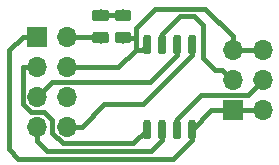
<source format=gtl>
G04 #@! TF.GenerationSoftware,KiCad,Pcbnew,(5.1.4)-1*
G04 #@! TF.CreationDate,2019-11-10T12:02:18+06:00*
G04 #@! TF.ProjectId,kicad_spi_nor_opi,6b696361-645f-4737-9069-5f6e6f725f6f,rev?*
G04 #@! TF.SameCoordinates,Original*
G04 #@! TF.FileFunction,Copper,L1,Top*
G04 #@! TF.FilePolarity,Positive*
%FSLAX46Y46*%
G04 Gerber Fmt 4.6, Leading zero omitted, Abs format (unit mm)*
G04 Created by KiCad (PCBNEW (5.1.4)-1) date 2019-11-10 12:02:18*
%MOMM*%
%LPD*%
G04 APERTURE LIST*
%ADD10O,1.700000X1.700000*%
%ADD11R,1.700000X1.700000*%
%ADD12C,1.000000*%
%ADD13C,0.975000*%
%ADD14C,0.600000*%
%ADD15C,0.400000*%
G04 APERTURE END LIST*
D10*
X99060000Y-109220000D03*
X96520000Y-109220000D03*
X99060000Y-111760000D03*
X96520000Y-111760000D03*
X99060000Y-114300000D03*
D11*
X96520000Y-114300000D03*
D10*
X82534760Y-115676680D03*
X79994760Y-115676680D03*
X82534760Y-113136680D03*
X79994760Y-113136680D03*
X82534760Y-110596680D03*
X79994760Y-110596680D03*
X82534760Y-108056680D03*
D11*
X79994760Y-108056680D03*
D12*
G36*
X87729142Y-105764174D02*
G01*
X87752803Y-105767684D01*
X87776007Y-105773496D01*
X87798529Y-105781554D01*
X87820153Y-105791782D01*
X87840670Y-105804079D01*
X87859883Y-105818329D01*
X87877607Y-105834393D01*
X87893671Y-105852117D01*
X87907921Y-105871330D01*
X87920218Y-105891847D01*
X87930446Y-105913471D01*
X87938504Y-105935993D01*
X87944316Y-105959197D01*
X87947826Y-105982858D01*
X87949000Y-106006750D01*
X87949000Y-106494250D01*
X87947826Y-106518142D01*
X87944316Y-106541803D01*
X87938504Y-106565007D01*
X87930446Y-106587529D01*
X87920218Y-106609153D01*
X87907921Y-106629670D01*
X87893671Y-106648883D01*
X87877607Y-106666607D01*
X87859883Y-106682671D01*
X87840670Y-106696921D01*
X87820153Y-106709218D01*
X87798529Y-106719446D01*
X87776007Y-106727504D01*
X87752803Y-106733316D01*
X87729142Y-106736826D01*
X87705250Y-106738000D01*
X86792750Y-106738000D01*
X86768858Y-106736826D01*
X86745197Y-106733316D01*
X86721993Y-106727504D01*
X86699471Y-106719446D01*
X86677847Y-106709218D01*
X86657330Y-106696921D01*
X86638117Y-106682671D01*
X86620393Y-106666607D01*
X86604329Y-106648883D01*
X86590079Y-106629670D01*
X86577782Y-106609153D01*
X86567554Y-106587529D01*
X86559496Y-106565007D01*
X86553684Y-106541803D01*
X86550174Y-106518142D01*
X86549000Y-106494250D01*
X86549000Y-106006750D01*
X86550174Y-105982858D01*
X86553684Y-105959197D01*
X86559496Y-105935993D01*
X86567554Y-105913471D01*
X86577782Y-105891847D01*
X86590079Y-105871330D01*
X86604329Y-105852117D01*
X86620393Y-105834393D01*
X86638117Y-105818329D01*
X86657330Y-105804079D01*
X86677847Y-105791782D01*
X86699471Y-105781554D01*
X86721993Y-105773496D01*
X86745197Y-105767684D01*
X86768858Y-105764174D01*
X86792750Y-105763000D01*
X87705250Y-105763000D01*
X87729142Y-105764174D01*
X87729142Y-105764174D01*
G37*
D13*
X87249000Y-106250500D03*
D12*
G36*
X87729142Y-107639174D02*
G01*
X87752803Y-107642684D01*
X87776007Y-107648496D01*
X87798529Y-107656554D01*
X87820153Y-107666782D01*
X87840670Y-107679079D01*
X87859883Y-107693329D01*
X87877607Y-107709393D01*
X87893671Y-107727117D01*
X87907921Y-107746330D01*
X87920218Y-107766847D01*
X87930446Y-107788471D01*
X87938504Y-107810993D01*
X87944316Y-107834197D01*
X87947826Y-107857858D01*
X87949000Y-107881750D01*
X87949000Y-108369250D01*
X87947826Y-108393142D01*
X87944316Y-108416803D01*
X87938504Y-108440007D01*
X87930446Y-108462529D01*
X87920218Y-108484153D01*
X87907921Y-108504670D01*
X87893671Y-108523883D01*
X87877607Y-108541607D01*
X87859883Y-108557671D01*
X87840670Y-108571921D01*
X87820153Y-108584218D01*
X87798529Y-108594446D01*
X87776007Y-108602504D01*
X87752803Y-108608316D01*
X87729142Y-108611826D01*
X87705250Y-108613000D01*
X86792750Y-108613000D01*
X86768858Y-108611826D01*
X86745197Y-108608316D01*
X86721993Y-108602504D01*
X86699471Y-108594446D01*
X86677847Y-108584218D01*
X86657330Y-108571921D01*
X86638117Y-108557671D01*
X86620393Y-108541607D01*
X86604329Y-108523883D01*
X86590079Y-108504670D01*
X86577782Y-108484153D01*
X86567554Y-108462529D01*
X86559496Y-108440007D01*
X86553684Y-108416803D01*
X86550174Y-108393142D01*
X86549000Y-108369250D01*
X86549000Y-107881750D01*
X86550174Y-107857858D01*
X86553684Y-107834197D01*
X86559496Y-107810993D01*
X86567554Y-107788471D01*
X86577782Y-107766847D01*
X86590079Y-107746330D01*
X86604329Y-107727117D01*
X86620393Y-107709393D01*
X86638117Y-107693329D01*
X86657330Y-107679079D01*
X86677847Y-107666782D01*
X86699471Y-107656554D01*
X86721993Y-107648496D01*
X86745197Y-107642684D01*
X86768858Y-107639174D01*
X86792750Y-107638000D01*
X87705250Y-107638000D01*
X87729142Y-107639174D01*
X87729142Y-107639174D01*
G37*
D13*
X87249000Y-108125500D03*
D12*
G36*
X93255703Y-115112722D02*
G01*
X93270264Y-115114882D01*
X93284543Y-115118459D01*
X93298403Y-115123418D01*
X93311710Y-115129712D01*
X93324336Y-115137280D01*
X93336159Y-115146048D01*
X93347066Y-115155934D01*
X93356952Y-115166841D01*
X93365720Y-115178664D01*
X93373288Y-115191290D01*
X93379582Y-115204597D01*
X93384541Y-115218457D01*
X93388118Y-115232736D01*
X93390278Y-115247297D01*
X93391000Y-115262000D01*
X93391000Y-116562000D01*
X93390278Y-116576703D01*
X93388118Y-116591264D01*
X93384541Y-116605543D01*
X93379582Y-116619403D01*
X93373288Y-116632710D01*
X93365720Y-116645336D01*
X93356952Y-116657159D01*
X93347066Y-116668066D01*
X93336159Y-116677952D01*
X93324336Y-116686720D01*
X93311710Y-116694288D01*
X93298403Y-116700582D01*
X93284543Y-116705541D01*
X93270264Y-116709118D01*
X93255703Y-116711278D01*
X93241000Y-116712000D01*
X92941000Y-116712000D01*
X92926297Y-116711278D01*
X92911736Y-116709118D01*
X92897457Y-116705541D01*
X92883597Y-116700582D01*
X92870290Y-116694288D01*
X92857664Y-116686720D01*
X92845841Y-116677952D01*
X92834934Y-116668066D01*
X92825048Y-116657159D01*
X92816280Y-116645336D01*
X92808712Y-116632710D01*
X92802418Y-116619403D01*
X92797459Y-116605543D01*
X92793882Y-116591264D01*
X92791722Y-116576703D01*
X92791000Y-116562000D01*
X92791000Y-115262000D01*
X92791722Y-115247297D01*
X92793882Y-115232736D01*
X92797459Y-115218457D01*
X92802418Y-115204597D01*
X92808712Y-115191290D01*
X92816280Y-115178664D01*
X92825048Y-115166841D01*
X92834934Y-115155934D01*
X92845841Y-115146048D01*
X92857664Y-115137280D01*
X92870290Y-115129712D01*
X92883597Y-115123418D01*
X92897457Y-115118459D01*
X92911736Y-115114882D01*
X92926297Y-115112722D01*
X92941000Y-115112000D01*
X93241000Y-115112000D01*
X93255703Y-115112722D01*
X93255703Y-115112722D01*
G37*
D14*
X93091000Y-115912000D03*
D12*
G36*
X91985703Y-115112722D02*
G01*
X92000264Y-115114882D01*
X92014543Y-115118459D01*
X92028403Y-115123418D01*
X92041710Y-115129712D01*
X92054336Y-115137280D01*
X92066159Y-115146048D01*
X92077066Y-115155934D01*
X92086952Y-115166841D01*
X92095720Y-115178664D01*
X92103288Y-115191290D01*
X92109582Y-115204597D01*
X92114541Y-115218457D01*
X92118118Y-115232736D01*
X92120278Y-115247297D01*
X92121000Y-115262000D01*
X92121000Y-116562000D01*
X92120278Y-116576703D01*
X92118118Y-116591264D01*
X92114541Y-116605543D01*
X92109582Y-116619403D01*
X92103288Y-116632710D01*
X92095720Y-116645336D01*
X92086952Y-116657159D01*
X92077066Y-116668066D01*
X92066159Y-116677952D01*
X92054336Y-116686720D01*
X92041710Y-116694288D01*
X92028403Y-116700582D01*
X92014543Y-116705541D01*
X92000264Y-116709118D01*
X91985703Y-116711278D01*
X91971000Y-116712000D01*
X91671000Y-116712000D01*
X91656297Y-116711278D01*
X91641736Y-116709118D01*
X91627457Y-116705541D01*
X91613597Y-116700582D01*
X91600290Y-116694288D01*
X91587664Y-116686720D01*
X91575841Y-116677952D01*
X91564934Y-116668066D01*
X91555048Y-116657159D01*
X91546280Y-116645336D01*
X91538712Y-116632710D01*
X91532418Y-116619403D01*
X91527459Y-116605543D01*
X91523882Y-116591264D01*
X91521722Y-116576703D01*
X91521000Y-116562000D01*
X91521000Y-115262000D01*
X91521722Y-115247297D01*
X91523882Y-115232736D01*
X91527459Y-115218457D01*
X91532418Y-115204597D01*
X91538712Y-115191290D01*
X91546280Y-115178664D01*
X91555048Y-115166841D01*
X91564934Y-115155934D01*
X91575841Y-115146048D01*
X91587664Y-115137280D01*
X91600290Y-115129712D01*
X91613597Y-115123418D01*
X91627457Y-115118459D01*
X91641736Y-115114882D01*
X91656297Y-115112722D01*
X91671000Y-115112000D01*
X91971000Y-115112000D01*
X91985703Y-115112722D01*
X91985703Y-115112722D01*
G37*
D14*
X91821000Y-115912000D03*
D12*
G36*
X90715703Y-115112722D02*
G01*
X90730264Y-115114882D01*
X90744543Y-115118459D01*
X90758403Y-115123418D01*
X90771710Y-115129712D01*
X90784336Y-115137280D01*
X90796159Y-115146048D01*
X90807066Y-115155934D01*
X90816952Y-115166841D01*
X90825720Y-115178664D01*
X90833288Y-115191290D01*
X90839582Y-115204597D01*
X90844541Y-115218457D01*
X90848118Y-115232736D01*
X90850278Y-115247297D01*
X90851000Y-115262000D01*
X90851000Y-116562000D01*
X90850278Y-116576703D01*
X90848118Y-116591264D01*
X90844541Y-116605543D01*
X90839582Y-116619403D01*
X90833288Y-116632710D01*
X90825720Y-116645336D01*
X90816952Y-116657159D01*
X90807066Y-116668066D01*
X90796159Y-116677952D01*
X90784336Y-116686720D01*
X90771710Y-116694288D01*
X90758403Y-116700582D01*
X90744543Y-116705541D01*
X90730264Y-116709118D01*
X90715703Y-116711278D01*
X90701000Y-116712000D01*
X90401000Y-116712000D01*
X90386297Y-116711278D01*
X90371736Y-116709118D01*
X90357457Y-116705541D01*
X90343597Y-116700582D01*
X90330290Y-116694288D01*
X90317664Y-116686720D01*
X90305841Y-116677952D01*
X90294934Y-116668066D01*
X90285048Y-116657159D01*
X90276280Y-116645336D01*
X90268712Y-116632710D01*
X90262418Y-116619403D01*
X90257459Y-116605543D01*
X90253882Y-116591264D01*
X90251722Y-116576703D01*
X90251000Y-116562000D01*
X90251000Y-115262000D01*
X90251722Y-115247297D01*
X90253882Y-115232736D01*
X90257459Y-115218457D01*
X90262418Y-115204597D01*
X90268712Y-115191290D01*
X90276280Y-115178664D01*
X90285048Y-115166841D01*
X90294934Y-115155934D01*
X90305841Y-115146048D01*
X90317664Y-115137280D01*
X90330290Y-115129712D01*
X90343597Y-115123418D01*
X90357457Y-115118459D01*
X90371736Y-115114882D01*
X90386297Y-115112722D01*
X90401000Y-115112000D01*
X90701000Y-115112000D01*
X90715703Y-115112722D01*
X90715703Y-115112722D01*
G37*
D14*
X90551000Y-115912000D03*
D12*
G36*
X89445703Y-115112722D02*
G01*
X89460264Y-115114882D01*
X89474543Y-115118459D01*
X89488403Y-115123418D01*
X89501710Y-115129712D01*
X89514336Y-115137280D01*
X89526159Y-115146048D01*
X89537066Y-115155934D01*
X89546952Y-115166841D01*
X89555720Y-115178664D01*
X89563288Y-115191290D01*
X89569582Y-115204597D01*
X89574541Y-115218457D01*
X89578118Y-115232736D01*
X89580278Y-115247297D01*
X89581000Y-115262000D01*
X89581000Y-116562000D01*
X89580278Y-116576703D01*
X89578118Y-116591264D01*
X89574541Y-116605543D01*
X89569582Y-116619403D01*
X89563288Y-116632710D01*
X89555720Y-116645336D01*
X89546952Y-116657159D01*
X89537066Y-116668066D01*
X89526159Y-116677952D01*
X89514336Y-116686720D01*
X89501710Y-116694288D01*
X89488403Y-116700582D01*
X89474543Y-116705541D01*
X89460264Y-116709118D01*
X89445703Y-116711278D01*
X89431000Y-116712000D01*
X89131000Y-116712000D01*
X89116297Y-116711278D01*
X89101736Y-116709118D01*
X89087457Y-116705541D01*
X89073597Y-116700582D01*
X89060290Y-116694288D01*
X89047664Y-116686720D01*
X89035841Y-116677952D01*
X89024934Y-116668066D01*
X89015048Y-116657159D01*
X89006280Y-116645336D01*
X88998712Y-116632710D01*
X88992418Y-116619403D01*
X88987459Y-116605543D01*
X88983882Y-116591264D01*
X88981722Y-116576703D01*
X88981000Y-116562000D01*
X88981000Y-115262000D01*
X88981722Y-115247297D01*
X88983882Y-115232736D01*
X88987459Y-115218457D01*
X88992418Y-115204597D01*
X88998712Y-115191290D01*
X89006280Y-115178664D01*
X89015048Y-115166841D01*
X89024934Y-115155934D01*
X89035841Y-115146048D01*
X89047664Y-115137280D01*
X89060290Y-115129712D01*
X89073597Y-115123418D01*
X89087457Y-115118459D01*
X89101736Y-115114882D01*
X89116297Y-115112722D01*
X89131000Y-115112000D01*
X89431000Y-115112000D01*
X89445703Y-115112722D01*
X89445703Y-115112722D01*
G37*
D14*
X89281000Y-115912000D03*
D12*
G36*
X89445703Y-107912722D02*
G01*
X89460264Y-107914882D01*
X89474543Y-107918459D01*
X89488403Y-107923418D01*
X89501710Y-107929712D01*
X89514336Y-107937280D01*
X89526159Y-107946048D01*
X89537066Y-107955934D01*
X89546952Y-107966841D01*
X89555720Y-107978664D01*
X89563288Y-107991290D01*
X89569582Y-108004597D01*
X89574541Y-108018457D01*
X89578118Y-108032736D01*
X89580278Y-108047297D01*
X89581000Y-108062000D01*
X89581000Y-109362000D01*
X89580278Y-109376703D01*
X89578118Y-109391264D01*
X89574541Y-109405543D01*
X89569582Y-109419403D01*
X89563288Y-109432710D01*
X89555720Y-109445336D01*
X89546952Y-109457159D01*
X89537066Y-109468066D01*
X89526159Y-109477952D01*
X89514336Y-109486720D01*
X89501710Y-109494288D01*
X89488403Y-109500582D01*
X89474543Y-109505541D01*
X89460264Y-109509118D01*
X89445703Y-109511278D01*
X89431000Y-109512000D01*
X89131000Y-109512000D01*
X89116297Y-109511278D01*
X89101736Y-109509118D01*
X89087457Y-109505541D01*
X89073597Y-109500582D01*
X89060290Y-109494288D01*
X89047664Y-109486720D01*
X89035841Y-109477952D01*
X89024934Y-109468066D01*
X89015048Y-109457159D01*
X89006280Y-109445336D01*
X88998712Y-109432710D01*
X88992418Y-109419403D01*
X88987459Y-109405543D01*
X88983882Y-109391264D01*
X88981722Y-109376703D01*
X88981000Y-109362000D01*
X88981000Y-108062000D01*
X88981722Y-108047297D01*
X88983882Y-108032736D01*
X88987459Y-108018457D01*
X88992418Y-108004597D01*
X88998712Y-107991290D01*
X89006280Y-107978664D01*
X89015048Y-107966841D01*
X89024934Y-107955934D01*
X89035841Y-107946048D01*
X89047664Y-107937280D01*
X89060290Y-107929712D01*
X89073597Y-107923418D01*
X89087457Y-107918459D01*
X89101736Y-107914882D01*
X89116297Y-107912722D01*
X89131000Y-107912000D01*
X89431000Y-107912000D01*
X89445703Y-107912722D01*
X89445703Y-107912722D01*
G37*
D14*
X89281000Y-108712000D03*
D12*
G36*
X90715703Y-107912722D02*
G01*
X90730264Y-107914882D01*
X90744543Y-107918459D01*
X90758403Y-107923418D01*
X90771710Y-107929712D01*
X90784336Y-107937280D01*
X90796159Y-107946048D01*
X90807066Y-107955934D01*
X90816952Y-107966841D01*
X90825720Y-107978664D01*
X90833288Y-107991290D01*
X90839582Y-108004597D01*
X90844541Y-108018457D01*
X90848118Y-108032736D01*
X90850278Y-108047297D01*
X90851000Y-108062000D01*
X90851000Y-109362000D01*
X90850278Y-109376703D01*
X90848118Y-109391264D01*
X90844541Y-109405543D01*
X90839582Y-109419403D01*
X90833288Y-109432710D01*
X90825720Y-109445336D01*
X90816952Y-109457159D01*
X90807066Y-109468066D01*
X90796159Y-109477952D01*
X90784336Y-109486720D01*
X90771710Y-109494288D01*
X90758403Y-109500582D01*
X90744543Y-109505541D01*
X90730264Y-109509118D01*
X90715703Y-109511278D01*
X90701000Y-109512000D01*
X90401000Y-109512000D01*
X90386297Y-109511278D01*
X90371736Y-109509118D01*
X90357457Y-109505541D01*
X90343597Y-109500582D01*
X90330290Y-109494288D01*
X90317664Y-109486720D01*
X90305841Y-109477952D01*
X90294934Y-109468066D01*
X90285048Y-109457159D01*
X90276280Y-109445336D01*
X90268712Y-109432710D01*
X90262418Y-109419403D01*
X90257459Y-109405543D01*
X90253882Y-109391264D01*
X90251722Y-109376703D01*
X90251000Y-109362000D01*
X90251000Y-108062000D01*
X90251722Y-108047297D01*
X90253882Y-108032736D01*
X90257459Y-108018457D01*
X90262418Y-108004597D01*
X90268712Y-107991290D01*
X90276280Y-107978664D01*
X90285048Y-107966841D01*
X90294934Y-107955934D01*
X90305841Y-107946048D01*
X90317664Y-107937280D01*
X90330290Y-107929712D01*
X90343597Y-107923418D01*
X90357457Y-107918459D01*
X90371736Y-107914882D01*
X90386297Y-107912722D01*
X90401000Y-107912000D01*
X90701000Y-107912000D01*
X90715703Y-107912722D01*
X90715703Y-107912722D01*
G37*
D14*
X90551000Y-108712000D03*
D12*
G36*
X91985703Y-107912722D02*
G01*
X92000264Y-107914882D01*
X92014543Y-107918459D01*
X92028403Y-107923418D01*
X92041710Y-107929712D01*
X92054336Y-107937280D01*
X92066159Y-107946048D01*
X92077066Y-107955934D01*
X92086952Y-107966841D01*
X92095720Y-107978664D01*
X92103288Y-107991290D01*
X92109582Y-108004597D01*
X92114541Y-108018457D01*
X92118118Y-108032736D01*
X92120278Y-108047297D01*
X92121000Y-108062000D01*
X92121000Y-109362000D01*
X92120278Y-109376703D01*
X92118118Y-109391264D01*
X92114541Y-109405543D01*
X92109582Y-109419403D01*
X92103288Y-109432710D01*
X92095720Y-109445336D01*
X92086952Y-109457159D01*
X92077066Y-109468066D01*
X92066159Y-109477952D01*
X92054336Y-109486720D01*
X92041710Y-109494288D01*
X92028403Y-109500582D01*
X92014543Y-109505541D01*
X92000264Y-109509118D01*
X91985703Y-109511278D01*
X91971000Y-109512000D01*
X91671000Y-109512000D01*
X91656297Y-109511278D01*
X91641736Y-109509118D01*
X91627457Y-109505541D01*
X91613597Y-109500582D01*
X91600290Y-109494288D01*
X91587664Y-109486720D01*
X91575841Y-109477952D01*
X91564934Y-109468066D01*
X91555048Y-109457159D01*
X91546280Y-109445336D01*
X91538712Y-109432710D01*
X91532418Y-109419403D01*
X91527459Y-109405543D01*
X91523882Y-109391264D01*
X91521722Y-109376703D01*
X91521000Y-109362000D01*
X91521000Y-108062000D01*
X91521722Y-108047297D01*
X91523882Y-108032736D01*
X91527459Y-108018457D01*
X91532418Y-108004597D01*
X91538712Y-107991290D01*
X91546280Y-107978664D01*
X91555048Y-107966841D01*
X91564934Y-107955934D01*
X91575841Y-107946048D01*
X91587664Y-107937280D01*
X91600290Y-107929712D01*
X91613597Y-107923418D01*
X91627457Y-107918459D01*
X91641736Y-107914882D01*
X91656297Y-107912722D01*
X91671000Y-107912000D01*
X91971000Y-107912000D01*
X91985703Y-107912722D01*
X91985703Y-107912722D01*
G37*
D14*
X91821000Y-108712000D03*
D12*
G36*
X93255703Y-107912722D02*
G01*
X93270264Y-107914882D01*
X93284543Y-107918459D01*
X93298403Y-107923418D01*
X93311710Y-107929712D01*
X93324336Y-107937280D01*
X93336159Y-107946048D01*
X93347066Y-107955934D01*
X93356952Y-107966841D01*
X93365720Y-107978664D01*
X93373288Y-107991290D01*
X93379582Y-108004597D01*
X93384541Y-108018457D01*
X93388118Y-108032736D01*
X93390278Y-108047297D01*
X93391000Y-108062000D01*
X93391000Y-109362000D01*
X93390278Y-109376703D01*
X93388118Y-109391264D01*
X93384541Y-109405543D01*
X93379582Y-109419403D01*
X93373288Y-109432710D01*
X93365720Y-109445336D01*
X93356952Y-109457159D01*
X93347066Y-109468066D01*
X93336159Y-109477952D01*
X93324336Y-109486720D01*
X93311710Y-109494288D01*
X93298403Y-109500582D01*
X93284543Y-109505541D01*
X93270264Y-109509118D01*
X93255703Y-109511278D01*
X93241000Y-109512000D01*
X92941000Y-109512000D01*
X92926297Y-109511278D01*
X92911736Y-109509118D01*
X92897457Y-109505541D01*
X92883597Y-109500582D01*
X92870290Y-109494288D01*
X92857664Y-109486720D01*
X92845841Y-109477952D01*
X92834934Y-109468066D01*
X92825048Y-109457159D01*
X92816280Y-109445336D01*
X92808712Y-109432710D01*
X92802418Y-109419403D01*
X92797459Y-109405543D01*
X92793882Y-109391264D01*
X92791722Y-109376703D01*
X92791000Y-109362000D01*
X92791000Y-108062000D01*
X92791722Y-108047297D01*
X92793882Y-108032736D01*
X92797459Y-108018457D01*
X92802418Y-108004597D01*
X92808712Y-107991290D01*
X92816280Y-107978664D01*
X92825048Y-107966841D01*
X92834934Y-107955934D01*
X92845841Y-107946048D01*
X92857664Y-107937280D01*
X92870290Y-107929712D01*
X92883597Y-107923418D01*
X92897457Y-107918459D01*
X92911736Y-107914882D01*
X92926297Y-107912722D01*
X92941000Y-107912000D01*
X93241000Y-107912000D01*
X93255703Y-107912722D01*
X93255703Y-107912722D01*
G37*
D14*
X93091000Y-108712000D03*
D12*
G36*
X85824142Y-107639174D02*
G01*
X85847803Y-107642684D01*
X85871007Y-107648496D01*
X85893529Y-107656554D01*
X85915153Y-107666782D01*
X85935670Y-107679079D01*
X85954883Y-107693329D01*
X85972607Y-107709393D01*
X85988671Y-107727117D01*
X86002921Y-107746330D01*
X86015218Y-107766847D01*
X86025446Y-107788471D01*
X86033504Y-107810993D01*
X86039316Y-107834197D01*
X86042826Y-107857858D01*
X86044000Y-107881750D01*
X86044000Y-108369250D01*
X86042826Y-108393142D01*
X86039316Y-108416803D01*
X86033504Y-108440007D01*
X86025446Y-108462529D01*
X86015218Y-108484153D01*
X86002921Y-108504670D01*
X85988671Y-108523883D01*
X85972607Y-108541607D01*
X85954883Y-108557671D01*
X85935670Y-108571921D01*
X85915153Y-108584218D01*
X85893529Y-108594446D01*
X85871007Y-108602504D01*
X85847803Y-108608316D01*
X85824142Y-108611826D01*
X85800250Y-108613000D01*
X84887750Y-108613000D01*
X84863858Y-108611826D01*
X84840197Y-108608316D01*
X84816993Y-108602504D01*
X84794471Y-108594446D01*
X84772847Y-108584218D01*
X84752330Y-108571921D01*
X84733117Y-108557671D01*
X84715393Y-108541607D01*
X84699329Y-108523883D01*
X84685079Y-108504670D01*
X84672782Y-108484153D01*
X84662554Y-108462529D01*
X84654496Y-108440007D01*
X84648684Y-108416803D01*
X84645174Y-108393142D01*
X84644000Y-108369250D01*
X84644000Y-107881750D01*
X84645174Y-107857858D01*
X84648684Y-107834197D01*
X84654496Y-107810993D01*
X84662554Y-107788471D01*
X84672782Y-107766847D01*
X84685079Y-107746330D01*
X84699329Y-107727117D01*
X84715393Y-107709393D01*
X84733117Y-107693329D01*
X84752330Y-107679079D01*
X84772847Y-107666782D01*
X84794471Y-107656554D01*
X84816993Y-107648496D01*
X84840197Y-107642684D01*
X84863858Y-107639174D01*
X84887750Y-107638000D01*
X85800250Y-107638000D01*
X85824142Y-107639174D01*
X85824142Y-107639174D01*
G37*
D13*
X85344000Y-108125500D03*
D12*
G36*
X85824142Y-105764174D02*
G01*
X85847803Y-105767684D01*
X85871007Y-105773496D01*
X85893529Y-105781554D01*
X85915153Y-105791782D01*
X85935670Y-105804079D01*
X85954883Y-105818329D01*
X85972607Y-105834393D01*
X85988671Y-105852117D01*
X86002921Y-105871330D01*
X86015218Y-105891847D01*
X86025446Y-105913471D01*
X86033504Y-105935993D01*
X86039316Y-105959197D01*
X86042826Y-105982858D01*
X86044000Y-106006750D01*
X86044000Y-106494250D01*
X86042826Y-106518142D01*
X86039316Y-106541803D01*
X86033504Y-106565007D01*
X86025446Y-106587529D01*
X86015218Y-106609153D01*
X86002921Y-106629670D01*
X85988671Y-106648883D01*
X85972607Y-106666607D01*
X85954883Y-106682671D01*
X85935670Y-106696921D01*
X85915153Y-106709218D01*
X85893529Y-106719446D01*
X85871007Y-106727504D01*
X85847803Y-106733316D01*
X85824142Y-106736826D01*
X85800250Y-106738000D01*
X84887750Y-106738000D01*
X84863858Y-106736826D01*
X84840197Y-106733316D01*
X84816993Y-106727504D01*
X84794471Y-106719446D01*
X84772847Y-106709218D01*
X84752330Y-106696921D01*
X84733117Y-106682671D01*
X84715393Y-106666607D01*
X84699329Y-106648883D01*
X84685079Y-106629670D01*
X84672782Y-106609153D01*
X84662554Y-106587529D01*
X84654496Y-106565007D01*
X84648684Y-106541803D01*
X84645174Y-106518142D01*
X84644000Y-106494250D01*
X84644000Y-106006750D01*
X84645174Y-105982858D01*
X84648684Y-105959197D01*
X84654496Y-105935993D01*
X84662554Y-105913471D01*
X84672782Y-105891847D01*
X84685079Y-105871330D01*
X84699329Y-105852117D01*
X84715393Y-105834393D01*
X84733117Y-105818329D01*
X84752330Y-105804079D01*
X84772847Y-105791782D01*
X84794471Y-105781554D01*
X84816993Y-105773496D01*
X84840197Y-105767684D01*
X84863858Y-105764174D01*
X84887750Y-105763000D01*
X85800250Y-105763000D01*
X85824142Y-105764174D01*
X85824142Y-105764174D01*
G37*
D13*
X85344000Y-106250500D03*
D15*
X84836000Y-106250500D02*
X86868000Y-106250500D01*
X83736841Y-110596680D02*
X82534760Y-110596680D01*
X86860400Y-110596680D02*
X83736841Y-110596680D01*
X88310720Y-109146360D02*
X86860400Y-110596680D01*
X88310720Y-108246360D02*
X88310720Y-109146360D01*
X88189860Y-108125500D02*
X88310720Y-108246360D01*
X86868000Y-108125500D02*
X88189860Y-108125500D01*
X96520000Y-109220000D02*
X99060000Y-109220000D01*
X88846640Y-109146360D02*
X89281000Y-108712000D01*
X88310720Y-109146360D02*
X88846640Y-109146360D01*
X96520000Y-108017919D02*
X94201071Y-105698990D01*
X88310720Y-107346360D02*
X88310720Y-108246360D01*
X96520000Y-109220000D02*
X96520000Y-108017919D01*
X89958090Y-105698990D02*
X88310720Y-107346360D01*
X94201071Y-105698990D02*
X89958090Y-105698990D01*
X88911000Y-113792000D02*
X93091000Y-109612000D01*
X93091000Y-109612000D02*
X93091000Y-108712000D01*
X85621521Y-113792000D02*
X88911000Y-113792000D01*
X83736841Y-115676680D02*
X85621521Y-113792000D01*
X82534760Y-115676680D02*
X83736841Y-115676680D01*
X90551000Y-116812000D02*
X90551000Y-115912000D01*
X89634000Y-117729000D02*
X90551000Y-116812000D01*
X80844999Y-117729000D02*
X89634000Y-117729000D01*
X79994760Y-116878761D02*
X80844999Y-117729000D01*
X79994760Y-115676680D02*
X79994760Y-116878761D01*
X89546321Y-111886679D02*
X81244761Y-111886679D01*
X81244761Y-111886679D02*
X79994760Y-113136680D01*
X91821000Y-109612000D02*
X89546321Y-111886679D01*
X91821000Y-108712000D02*
X91821000Y-109612000D01*
X88099000Y-117094000D02*
X89281000Y-115912000D01*
X81244761Y-115076679D02*
X81244761Y-116169761D01*
X80594761Y-114426679D02*
X81244761Y-115076679D01*
X82169000Y-117094000D02*
X88099000Y-117094000D01*
X81244761Y-116169761D02*
X82169000Y-117094000D01*
X79994760Y-110596680D02*
X78792679Y-110596680D01*
X79434757Y-114426679D02*
X80594761Y-114426679D01*
X78740000Y-110649359D02*
X78740000Y-111623482D01*
X78740000Y-111623482D02*
X78744759Y-111628241D01*
X78744759Y-111628241D02*
X78744759Y-113736681D01*
X78792679Y-110596680D02*
X78740000Y-110649359D01*
X78744759Y-113736681D02*
X79434757Y-114426679D01*
X84767180Y-108056680D02*
X84836000Y-108125500D01*
X82534760Y-108056680D02*
X84767180Y-108056680D01*
X96520000Y-114300000D02*
X99060000Y-114300000D01*
X79994760Y-108056680D02*
X78744760Y-108056680D01*
X93091000Y-116812000D02*
X93091000Y-115912000D01*
X78744760Y-108056680D02*
X77597000Y-109204440D01*
X77597000Y-117602000D02*
X78376009Y-118381009D01*
X78376009Y-118381009D02*
X91521991Y-118381009D01*
X77597000Y-109204440D02*
X77597000Y-117602000D01*
X91521991Y-118381009D02*
X93091000Y-116812000D01*
X94703000Y-114300000D02*
X93091000Y-115912000D01*
X96520000Y-114300000D02*
X94703000Y-114300000D01*
X91821000Y-115012000D02*
X91821000Y-115912000D01*
X93822999Y-113010001D02*
X91821000Y-115012000D01*
X97809999Y-113010001D02*
X93822999Y-113010001D01*
X99060000Y-111760000D02*
X97809999Y-113010001D01*
X93980000Y-109855000D02*
X95035001Y-110910001D01*
X95035001Y-110910001D02*
X95670001Y-110910001D01*
X90551000Y-107812000D02*
X92064000Y-106299000D01*
X90551000Y-108712000D02*
X90551000Y-107812000D01*
X92064000Y-106299000D02*
X93218000Y-106299000D01*
X95670001Y-110910001D02*
X96520000Y-111760000D01*
X93980000Y-107061000D02*
X93980000Y-109855000D01*
X93218000Y-106299000D02*
X93980000Y-107061000D01*
M02*

</source>
